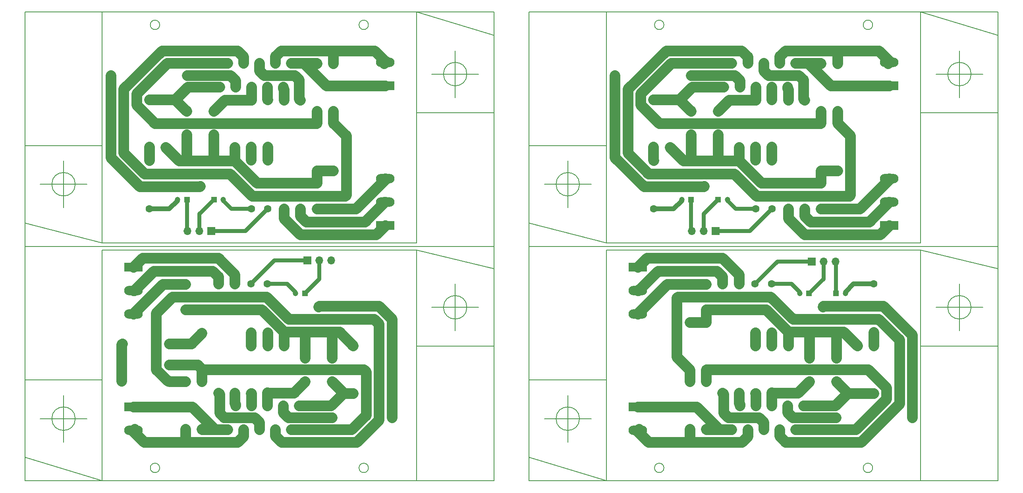
<source format=gbr>
%TF.GenerationSoftware,KiCad,Pcbnew,(6.0.9)*%
%TF.CreationDate,2022-12-17T23:36:50-03:00*%
%TF.ProjectId,Amplifier TDA7269A,416d706c-6966-4696-9572-205444413732,rev?*%
%TF.SameCoordinates,Original*%
%TF.FileFunction,Copper,L1,Top*%
%TF.FilePolarity,Positive*%
%FSLAX46Y46*%
G04 Gerber Fmt 4.6, Leading zero omitted, Abs format (unit mm)*
G04 Created by KiCad (PCBNEW (6.0.9)) date 2022-12-17 23:36:50*
%MOMM*%
%LPD*%
G01*
G04 APERTURE LIST*
%TA.AperFunction,NonConductor*%
%ADD10C,0.200000*%
%TD*%
%TA.AperFunction,ComponentPad*%
%ADD11C,1.200000*%
%TD*%
%TA.AperFunction,ComponentPad*%
%ADD12R,1.200000X1.200000*%
%TD*%
%TA.AperFunction,ComponentPad*%
%ADD13R,1.700000X1.700000*%
%TD*%
%TA.AperFunction,ComponentPad*%
%ADD14O,1.700000X1.700000*%
%TD*%
%TA.AperFunction,ComponentPad*%
%ADD15C,2.000000*%
%TD*%
%TA.AperFunction,ComponentPad*%
%ADD16O,1.600000X1.600000*%
%TD*%
%TA.AperFunction,ComponentPad*%
%ADD17C,1.600000*%
%TD*%
%TA.AperFunction,ComponentPad*%
%ADD18O,3.960000X1.980000*%
%TD*%
%TA.AperFunction,ComponentPad*%
%ADD19R,3.960000X1.980000*%
%TD*%
%TA.AperFunction,ComponentPad*%
%ADD20O,1.800000X1.800000*%
%TD*%
%TA.AperFunction,ComponentPad*%
%ADD21R,1.800000X1.800000*%
%TD*%
%TA.AperFunction,ViaPad*%
%ADD22C,1.600000*%
%TD*%
%TA.AperFunction,Conductor*%
%ADD23C,0.850000*%
%TD*%
%TA.AperFunction,Conductor*%
%ADD24C,2.250000*%
%TD*%
%TA.AperFunction,Conductor*%
%ADD25C,0.200000*%
%TD*%
%TA.AperFunction,Conductor*%
%ADD26C,1.000000*%
%TD*%
G04 APERTURE END LIST*
D10*
X59750000Y-51750000D02*
X126750000Y-51750000D01*
X126750000Y-51750000D02*
X126750000Y-101000000D01*
X126750000Y-101000000D02*
X59750000Y-101000000D01*
X59750000Y-101000000D02*
X59750000Y-51750000D01*
X167250000Y-101000000D02*
X150750000Y-96750000D01*
X167250000Y-51750000D02*
X234250000Y-51750000D01*
X234250000Y-51750000D02*
X234250000Y-101000000D01*
X234250000Y-101000000D02*
X167250000Y-101000000D01*
X167250000Y-101000000D02*
X167250000Y-51750000D01*
X224000000Y-149000000D02*
G75*
G03*
X224000000Y-149000000I-1000000J0D01*
G01*
X126750000Y-73250000D02*
X143250000Y-73250000D01*
X126750000Y-51750000D02*
X143250000Y-56750000D01*
X224000000Y-54500000D02*
G75*
G03*
X224000000Y-54500000I-1000000J0D01*
G01*
X51500000Y-83500000D02*
X51500000Y-93500000D01*
X154000000Y-88500000D02*
X164000000Y-88500000D01*
X59750000Y-130250000D02*
X43250000Y-130250000D01*
X46500000Y-88500000D02*
X56500000Y-88500000D01*
X250750000Y-106500000D02*
X234250000Y-102500000D01*
X116500000Y-149000000D02*
G75*
G03*
X116500000Y-149000000I-1000000J0D01*
G01*
X135000000Y-60000000D02*
X135000000Y-70000000D01*
X154000000Y-138500000D02*
X164000000Y-138500000D01*
X237500000Y-114750000D02*
X247500000Y-114750000D01*
X161500000Y-138500000D02*
G75*
G03*
X161500000Y-138500000I-2500000J0D01*
G01*
X130000000Y-65000000D02*
X140000000Y-65000000D01*
X54000000Y-138500000D02*
G75*
G03*
X54000000Y-138500000I-2500000J0D01*
G01*
X167250000Y-102500000D02*
X234250000Y-102500000D01*
X234250000Y-102500000D02*
X234250000Y-151750000D01*
X234250000Y-151750000D02*
X167250000Y-151750000D01*
X167250000Y-151750000D02*
X167250000Y-102500000D01*
X234250000Y-123000000D02*
X250750000Y-123000000D01*
X179500000Y-54500000D02*
G75*
G03*
X179500000Y-54500000I-1000000J0D01*
G01*
X51500000Y-133500000D02*
X51500000Y-143500000D01*
X159000000Y-133500000D02*
X159000000Y-143500000D01*
X126750000Y-123000000D02*
X143250000Y-123000000D01*
X242500000Y-109750000D02*
X242500000Y-119750000D01*
X135000000Y-109750000D02*
X135000000Y-119750000D01*
X234250000Y-51750000D02*
X250750000Y-56750000D01*
X161500000Y-88500000D02*
G75*
G03*
X161500000Y-88500000I-2500000J0D01*
G01*
X130000000Y-114750000D02*
X140000000Y-114750000D01*
X150750000Y-51750000D02*
X250750000Y-51750000D01*
X250750000Y-51750000D02*
X250750000Y-151750000D01*
X250750000Y-151750000D02*
X150750000Y-151750000D01*
X150750000Y-151750000D02*
X150750000Y-51750000D01*
X143250000Y-106500000D02*
X126750000Y-102500000D01*
X72000000Y-149000000D02*
G75*
G03*
X72000000Y-149000000I-1000000J0D01*
G01*
X72000000Y-54500000D02*
G75*
G03*
X72000000Y-54500000I-1000000J0D01*
G01*
X167250000Y-80250000D02*
X150750000Y-80250000D01*
X137500000Y-65000000D02*
G75*
G03*
X137500000Y-65000000I-2500000J0D01*
G01*
X167250000Y-130250000D02*
X150750000Y-130250000D01*
X46500000Y-138500000D02*
X56500000Y-138500000D01*
X245000000Y-65000000D02*
G75*
G03*
X245000000Y-65000000I-2500000J0D01*
G01*
X150750000Y-101750000D02*
X250750000Y-101750000D01*
X245000000Y-114750000D02*
G75*
G03*
X245000000Y-114750000I-2500000J0D01*
G01*
X43250000Y-51750000D02*
X143250000Y-51750000D01*
X143250000Y-51750000D02*
X143250000Y-151750000D01*
X143250000Y-151750000D02*
X43250000Y-151750000D01*
X43250000Y-151750000D02*
X43250000Y-51750000D01*
X159000000Y-83500000D02*
X159000000Y-93500000D01*
X43250000Y-101750000D02*
X143250000Y-101750000D01*
X137500000Y-114750000D02*
G75*
G03*
X137500000Y-114750000I-2500000J0D01*
G01*
X234250000Y-73250000D02*
X250750000Y-73250000D01*
X59750000Y-101000000D02*
X43250000Y-96750000D01*
X237500000Y-65000000D02*
X247500000Y-65000000D01*
X59750000Y-151750000D02*
X43250000Y-146750000D01*
X179500000Y-149000000D02*
G75*
G03*
X179500000Y-149000000I-1000000J0D01*
G01*
X167250000Y-151750000D02*
X150750000Y-146750000D01*
X59750000Y-80250000D02*
X43250000Y-80250000D01*
X242500000Y-60000000D02*
X242500000Y-70000000D01*
X116500000Y-54500000D02*
G75*
G03*
X116500000Y-54500000I-1000000J0D01*
G01*
X54000000Y-88500000D02*
G75*
G03*
X54000000Y-88500000I-2500000J0D01*
G01*
X59750000Y-102500000D02*
X126750000Y-102500000D01*
X126750000Y-102500000D02*
X126750000Y-151750000D01*
X126750000Y-151750000D02*
X59750000Y-151750000D01*
X59750000Y-151750000D02*
X59750000Y-102500000D01*
D11*
%TO.P,REF\u002A\u002A,2*%
%TO.N,N/C*%
X218196410Y-111750000D03*
D12*
%TO.P,REF\u002A\u002A,1*%
X216196410Y-111750000D03*
%TD*%
D13*
%TO.P,REF\u002A\u002A,1*%
%TO.N,N/C*%
X210975000Y-105000000D03*
D14*
%TO.P,REF\u002A\u002A,2*%
X213515000Y-105000000D03*
%TO.P,REF\u002A\u002A,3*%
X216055000Y-105000000D03*
%TD*%
%TO.P,REF\u002A\u002A,3*%
%TO.N,N/C*%
X185445000Y-98500000D03*
%TO.P,REF\u002A\u002A,2*%
X187985000Y-98500000D03*
D13*
%TO.P,REF\u002A\u002A,1*%
X190525000Y-98500000D03*
%TD*%
D14*
%TO.P,REF\u002A\u002A,3*%
%TO.N,N/C*%
X77945000Y-98500000D03*
%TO.P,REF\u002A\u002A,2*%
X80485000Y-98500000D03*
D13*
%TO.P,REF\u002A\u002A,1*%
X83025000Y-98500000D03*
%TD*%
%TO.P,REF\u002A\u002A,1*%
%TO.N,N/C*%
X103475000Y-104750000D03*
D14*
%TO.P,REF\u002A\u002A,2*%
X106015000Y-104750000D03*
%TO.P,REF\u002A\u002A,3*%
X108555000Y-104750000D03*
%TD*%
D15*
%TO.P,REF\u002A\u002A,2*%
%TO.N,N/C*%
X185250000Y-77920000D03*
%TO.P,REF\u002A\u002A,1*%
X185250000Y-72920000D03*
%TD*%
%TO.P,REF\u002A\u002A,2*%
%TO.N,N/C*%
X108750000Y-125580000D03*
%TO.P,REF\u002A\u002A,1*%
X108750000Y-130580000D03*
%TD*%
%TO.P,REF\u002A\u002A,2*%
%TO.N,N/C*%
X103000000Y-125580000D03*
%TO.P,REF\u002A\u002A,1*%
X103000000Y-130580000D03*
%TD*%
D16*
%TO.P,REF\u002A\u002A,2*%
%TO.N,N/C*%
X73250000Y-80580000D03*
D17*
%TO.P,REF\u002A\u002A,1*%
X73250000Y-70420000D03*
%TD*%
D15*
%TO.P,REF\u002A\u002A,2*%
%TO.N,N/C*%
X77750000Y-77920000D03*
%TO.P,REF\u002A\u002A,1*%
X77750000Y-72920000D03*
%TD*%
D18*
%TO.P,REF\u002A\u002A,2*%
%TO.N,N/C*%
X173946410Y-141000000D03*
D19*
%TO.P,REF\u002A\u002A,1*%
X173946410Y-136000000D03*
%TD*%
D16*
%TO.P,REF\u002A\u002A,2*%
%TO.N,N/C*%
X105500000Y-85580000D03*
D17*
%TO.P,REF\u002A\u002A,1*%
X105500000Y-75420000D03*
%TD*%
D18*
%TO.P,REF\u002A\u002A,3*%
%TO.N,N/C*%
X173936410Y-116205000D03*
%TO.P,REF\u002A\u002A,2*%
X173936410Y-111205000D03*
D19*
%TO.P,REF\u002A\u002A,1*%
X173936410Y-106205000D03*
%TD*%
D16*
%TO.P,REF\u002A\u002A,2*%
%TO.N,N/C*%
X109000000Y-85580000D03*
D17*
%TO.P,REF\u002A\u002A,1*%
X109000000Y-75420000D03*
%TD*%
D11*
%TO.P,REF\u002A\u002A,2*%
%TO.N,N/C*%
X75803590Y-91750000D03*
D12*
%TO.P,REF\u002A\u002A,1*%
X77803590Y-91750000D03*
%TD*%
D18*
%TO.P,REF\u002A\u002A,3*%
%TO.N,N/C*%
X120063590Y-87295000D03*
%TO.P,REF\u002A\u002A,2*%
X120063590Y-92295000D03*
D19*
%TO.P,REF\u002A\u002A,1*%
X120063590Y-97295000D03*
%TD*%
D16*
%TO.P,REF\u002A\u002A,2*%
%TO.N,N/C*%
X180750000Y-80580000D03*
D17*
%TO.P,REF\u002A\u002A,1*%
X180750000Y-70420000D03*
%TD*%
D16*
%TO.P,REF\u002A\u002A,2*%
%TO.N,N/C*%
X105500000Y-72910000D03*
D17*
%TO.P,REF\u002A\u002A,1*%
X105500000Y-62750000D03*
%TD*%
D18*
%TO.P,REF\u002A\u002A,2*%
%TO.N,N/C*%
X227553590Y-62500000D03*
D19*
%TO.P,REF\u002A\u002A,1*%
X227553590Y-67500000D03*
%TD*%
D11*
%TO.P,REF\u002A\u002A,2*%
%TO.N,N/C*%
X100946410Y-111750000D03*
D12*
%TO.P,REF\u002A\u002A,1*%
X102946410Y-111750000D03*
%TD*%
D16*
%TO.P,REF\u002A\u002A,2*%
%TO.N,N/C*%
X95000000Y-80580000D03*
D17*
%TO.P,REF\u002A\u002A,1*%
X95000000Y-70420000D03*
%TD*%
D15*
%TO.P,REF\u002A\u002A,2*%
%TO.N,N/C*%
X81000000Y-115250000D03*
%TO.P,REF\u002A\u002A,1*%
X81000000Y-120250000D03*
%TD*%
D16*
%TO.P,REF\u002A\u002A,2*%
%TO.N,N/C*%
X91500000Y-80580000D03*
D17*
%TO.P,REF\u002A\u002A,1*%
X91500000Y-70420000D03*
%TD*%
D16*
%TO.P,REF\u002A\u002A,2*%
%TO.N,N/C*%
X199000000Y-80580000D03*
D17*
%TO.P,REF\u002A\u002A,1*%
X199000000Y-70420000D03*
%TD*%
D11*
%TO.P,REF\u002A\u002A,2*%
%TO.N,N/C*%
X193053590Y-91750000D03*
D12*
%TO.P,REF\u002A\u002A,1*%
X191053590Y-91750000D03*
%TD*%
D11*
%TO.P,REF\u002A\u002A,2*%
%TO.N,N/C*%
X85553590Y-91750000D03*
D12*
%TO.P,REF\u002A\u002A,1*%
X83553590Y-91750000D03*
%TD*%
D16*
%TO.P,REF\u002A\u002A,2*%
%TO.N,N/C*%
X109000000Y-72910000D03*
D17*
%TO.P,REF\u002A\u002A,1*%
X109000000Y-62750000D03*
%TD*%
D16*
%TO.P,REF\u002A\u002A,2*%
%TO.N,N/C*%
X74000000Y-130500000D03*
D17*
%TO.P,REF\u002A\u002A,1*%
X63840000Y-130500000D03*
%TD*%
D15*
%TO.P,REF\u002A\u002A,2*%
%TO.N,N/C*%
X83500000Y-77920000D03*
%TO.P,REF\u002A\u002A,1*%
X83500000Y-72920000D03*
%TD*%
%TO.P,REF\u002A\u002A,2*%
%TO.N,N/C*%
X191000000Y-77920000D03*
%TO.P,REF\u002A\u002A,1*%
X191000000Y-72920000D03*
%TD*%
D16*
%TO.P,REF\u002A\u002A,2*%
%TO.N,N/C*%
X77500000Y-130590000D03*
D17*
%TO.P,REF\u002A\u002A,1*%
X77500000Y-140750000D03*
%TD*%
D16*
%TO.P,REF\u002A\u002A,2*%
%TO.N,N/C*%
X74000000Y-127000000D03*
D17*
%TO.P,REF\u002A\u002A,1*%
X63840000Y-127000000D03*
%TD*%
D16*
%TO.P,REF\u002A\u002A,2*%
%TO.N,N/C*%
X98500000Y-122920000D03*
D17*
%TO.P,REF\u002A\u002A,1*%
X98500000Y-133080000D03*
%TD*%
D18*
%TO.P,REF\u002A\u002A,3*%
%TO.N,N/C*%
X227563590Y-87295000D03*
%TO.P,REF\u002A\u002A,2*%
X227563590Y-92295000D03*
D19*
%TO.P,REF\u002A\u002A,1*%
X227563590Y-97295000D03*
%TD*%
D16*
%TO.P,REF\u002A\u002A,2*%
%TO.N,N/C*%
X216500000Y-85580000D03*
D17*
%TO.P,REF\u002A\u002A,1*%
X216500000Y-75420000D03*
%TD*%
D16*
%TO.P,REF\u002A\u002A,2*%
%TO.N,N/C*%
X69750000Y-80580000D03*
D17*
%TO.P,REF\u002A\u002A,1*%
X69750000Y-70420000D03*
%TD*%
D16*
%TO.P,REF\u002A\u002A,2*%
%TO.N,N/C*%
X213000000Y-72910000D03*
D17*
%TO.P,REF\u002A\u002A,1*%
X213000000Y-62750000D03*
%TD*%
D16*
%TO.P,REF\u002A\u002A,2*%
%TO.N,N/C*%
X206000000Y-122920000D03*
D17*
%TO.P,REF\u002A\u002A,1*%
X206000000Y-133080000D03*
%TD*%
D18*
%TO.P,REF\u002A\u002A,2*%
%TO.N,N/C*%
X120053590Y-62500000D03*
D19*
%TO.P,REF\u002A\u002A,1*%
X120053590Y-67500000D03*
%TD*%
D16*
%TO.P,REF\u002A\u002A,2*%
%TO.N,N/C*%
X202500000Y-80580000D03*
D17*
%TO.P,REF\u002A\u002A,1*%
X202500000Y-70420000D03*
%TD*%
D18*
%TO.P,REF\u002A\u002A,3*%
%TO.N,N/C*%
X66436410Y-116205000D03*
%TO.P,REF\u002A\u002A,2*%
X66436410Y-111205000D03*
D19*
%TO.P,REF\u002A\u002A,1*%
X66436410Y-106205000D03*
%TD*%
D11*
%TO.P,REF\u002A\u002A,2*%
%TO.N,N/C*%
X183303590Y-91750000D03*
D12*
%TO.P,REF\u002A\u002A,1*%
X185303590Y-91750000D03*
%TD*%
D16*
%TO.P,REF\u002A\u002A,2*%
%TO.N,N/C*%
X188500000Y-117920000D03*
D17*
%TO.P,REF\u002A\u002A,1*%
X188500000Y-128080000D03*
%TD*%
D16*
%TO.P,REF\u002A\u002A,2*%
%TO.N,N/C*%
X220750000Y-122920000D03*
D17*
%TO.P,REF\u002A\u002A,1*%
X220750000Y-133080000D03*
%TD*%
D16*
%TO.P,REF\u002A\u002A,2*%
%TO.N,N/C*%
X188500000Y-130590000D03*
D17*
%TO.P,REF\u002A\u002A,1*%
X188500000Y-140750000D03*
%TD*%
D16*
%TO.P,REF\u002A\u002A,2*%
%TO.N,N/C*%
X216500000Y-72910000D03*
D17*
%TO.P,REF\u002A\u002A,1*%
X216500000Y-62750000D03*
%TD*%
D16*
%TO.P,REF\u002A\u002A,2*%
%TO.N,N/C*%
X202500000Y-122920000D03*
D17*
%TO.P,REF\u002A\u002A,1*%
X202500000Y-133080000D03*
%TD*%
D16*
%TO.P,REF\u002A\u002A,2*%
%TO.N,N/C*%
X224250000Y-122920000D03*
D17*
%TO.P,REF\u002A\u002A,1*%
X224250000Y-133080000D03*
%TD*%
D16*
%TO.P,REF\u002A\u002A,2*%
%TO.N,N/C*%
X213000000Y-85580000D03*
D17*
%TO.P,REF\u002A\u002A,1*%
X213000000Y-75420000D03*
%TD*%
D15*
%TO.P,REF\u002A\u002A,2*%
%TO.N,N/C*%
X216250000Y-125580000D03*
%TO.P,REF\u002A\u002A,1*%
X216250000Y-130580000D03*
%TD*%
D20*
%TO.P,TDA7265,11*%
%TO.N,N/C*%
X101750000Y-135750000D03*
%TO.P,TDA7265,10*%
X100050000Y-140830000D03*
%TO.P,TDA7265,9*%
X98350000Y-135750000D03*
%TO.P,TDA7265,8*%
X96650000Y-140830000D03*
%TO.P,TDA7265,7*%
X94950000Y-135750000D03*
%TO.P,TDA7265,6*%
X93250000Y-140830000D03*
%TO.P,TDA7265,5*%
X91550000Y-135750000D03*
%TO.P,TDA7265,4*%
X89850000Y-140830000D03*
%TO.P,TDA7265,3*%
X88150000Y-135750000D03*
%TO.P,TDA7265,2*%
X86450000Y-140830000D03*
D21*
%TO.P,TDA7265,1*%
X84750000Y-135750000D03*
%TD*%
D16*
%TO.P,REF\u002A\u002A,2*%
%TO.N,N/C*%
X91500000Y-122920000D03*
D17*
%TO.P,REF\u002A\u002A,1*%
X91500000Y-133080000D03*
%TD*%
D16*
%TO.P,REF\u002A\u002A,2*%
%TO.N,N/C*%
X113250000Y-122920000D03*
D17*
%TO.P,REF\u002A\u002A,1*%
X113250000Y-133080000D03*
%TD*%
D16*
%TO.P,REF\u002A\u002A,2*%
%TO.N,N/C*%
X177250000Y-80580000D03*
D17*
%TO.P,REF\u002A\u002A,1*%
X177250000Y-70420000D03*
%TD*%
D18*
%TO.P,REF\u002A\u002A,2*%
%TO.N,N/C*%
X66446410Y-141000000D03*
D19*
%TO.P,REF\u002A\u002A,1*%
X66446410Y-136000000D03*
%TD*%
D20*
%TO.P,TDA7269A,11*%
%TO.N,N/C*%
X209250000Y-135750000D03*
%TO.P,TDA7269A,10*%
X207550000Y-140830000D03*
%TO.P,TDA7269A,9*%
X205850000Y-135750000D03*
%TO.P,TDA7269A,8*%
X204150000Y-140830000D03*
%TO.P,TDA7269A,7*%
X202450000Y-135750000D03*
%TO.P,TDA7269A,6*%
X200750000Y-140830000D03*
%TO.P,TDA7269A,5*%
X199050000Y-135750000D03*
%TO.P,TDA7269A,4*%
X197350000Y-140830000D03*
%TO.P,TDA7269A,3*%
X195650000Y-135750000D03*
%TO.P,TDA7269A,2*%
X193950000Y-140830000D03*
D21*
%TO.P,TDA7269A,1*%
X192250000Y-135750000D03*
%TD*%
D16*
%TO.P,REF\u002A\u002A,2*%
%TO.N,N/C*%
X88000000Y-80580000D03*
D17*
%TO.P,REF\u002A\u002A,1*%
X88000000Y-70420000D03*
%TD*%
D20*
%TO.P,TDA7269A,11*%
%TO.N,N/C*%
X192250000Y-67750000D03*
%TO.P,TDA7269A,10*%
X193950000Y-62670000D03*
%TO.P,TDA7269A,9*%
X195650000Y-67750000D03*
%TO.P,TDA7269A,8*%
X197350000Y-62670000D03*
%TO.P,TDA7269A,7*%
X199050000Y-67750000D03*
%TO.P,TDA7269A,6*%
X200750000Y-62670000D03*
%TO.P,TDA7269A,5*%
X202450000Y-67750000D03*
%TO.P,TDA7269A,4*%
X204150000Y-62670000D03*
%TO.P,TDA7269A,3*%
X205850000Y-67750000D03*
%TO.P,TDA7269A,2*%
X207550000Y-62670000D03*
D21*
%TO.P,TDA7269A,1*%
X209250000Y-67750000D03*
%TD*%
D16*
%TO.P,REF\u002A\u002A,2*%
%TO.N,N/C*%
X95000000Y-122920000D03*
D17*
%TO.P,REF\u002A\u002A,1*%
X95000000Y-133080000D03*
%TD*%
D16*
%TO.P,REF\u002A\u002A,2*%
%TO.N,N/C*%
X195500000Y-80580000D03*
D17*
%TO.P,REF\u002A\u002A,1*%
X195500000Y-70420000D03*
%TD*%
D15*
%TO.P,REF\u002A\u002A,2*%
%TO.N,N/C*%
X210500000Y-125580000D03*
%TO.P,REF\u002A\u002A,1*%
X210500000Y-130580000D03*
%TD*%
D16*
%TO.P,REF\u002A\u002A,2*%
%TO.N,N/C*%
X81000000Y-130590000D03*
D17*
%TO.P,REF\u002A\u002A,1*%
X81000000Y-140750000D03*
%TD*%
D16*
%TO.P,REF\u002A\u002A,2*%
%TO.N,N/C*%
X199000000Y-122920000D03*
D17*
%TO.P,REF\u002A\u002A,1*%
X199000000Y-133080000D03*
%TD*%
D20*
%TO.P,TDA7269A,11*%
%TO.N,N/C*%
X84750000Y-67750000D03*
%TO.P,TDA7269A,10*%
X86450000Y-62670000D03*
%TO.P,TDA7269A,9*%
X88150000Y-67750000D03*
%TO.P,TDA7269A,8*%
X89850000Y-62670000D03*
%TO.P,TDA7269A,7*%
X91550000Y-67750000D03*
%TO.P,TDA7269A,6*%
X93250000Y-62670000D03*
%TO.P,TDA7269A,5*%
X94950000Y-67750000D03*
%TO.P,TDA7269A,4*%
X96650000Y-62670000D03*
%TO.P,TDA7269A,3*%
X98350000Y-67750000D03*
%TO.P,TDA7269A,2*%
X100050000Y-62670000D03*
D21*
%TO.P,TDA7269A,1*%
X101750000Y-67750000D03*
%TD*%
D16*
%TO.P,REF\u002A\u002A,2*%
%TO.N,N/C*%
X185000000Y-130590000D03*
D17*
%TO.P,REF\u002A\u002A,1*%
X185000000Y-140750000D03*
%TD*%
D11*
%TO.P,REF\u002A\u002A,2*%
%TO.N,N/C*%
X208446410Y-111750000D03*
D12*
%TO.P,REF\u002A\u002A,1*%
X210446410Y-111750000D03*
%TD*%
D16*
%TO.P,REF\u002A\u002A,2*%
%TO.N,N/C*%
X185000000Y-117920000D03*
D17*
%TO.P,REF\u002A\u002A,1*%
X185000000Y-128080000D03*
%TD*%
D22*
%TO.N,*%
X213392820Y-120000000D03*
X199000000Y-83348205D03*
X232446410Y-138250000D03*
X213000000Y-88250000D03*
X84500000Y-133000000D03*
X195500000Y-109750000D03*
X102000000Y-93750000D03*
X188107180Y-88892820D03*
X84500000Y-109750000D03*
X102000000Y-70500000D03*
X206000000Y-70500000D03*
X199000000Y-120151795D03*
X206000000Y-93750000D03*
X105892820Y-120000000D03*
X177303590Y-83401795D03*
X77500000Y-115250000D03*
X80607180Y-83500000D03*
X213392820Y-114607180D03*
X209500000Y-70500000D03*
X88000000Y-133000000D03*
X69803590Y-83401795D03*
X69803590Y-93750000D03*
X199053590Y-93750000D03*
X74000000Y-122500000D03*
X91500000Y-83348205D03*
X185303590Y-65250000D03*
X202446410Y-109750000D03*
X192000000Y-133000000D03*
X77803590Y-65250000D03*
X95000000Y-83348205D03*
X105500000Y-88250000D03*
X64000000Y-122500000D03*
X195500000Y-133000000D03*
X213000000Y-93705000D03*
X91553590Y-93750000D03*
X209500000Y-93750000D03*
X188500000Y-115250000D03*
X77500000Y-109795000D03*
X95053590Y-93750000D03*
X202500000Y-83348205D03*
X188500000Y-109795000D03*
X202500000Y-120151795D03*
X88000000Y-109750000D03*
X91500000Y-120151795D03*
X202553590Y-93750000D03*
X169053590Y-65250000D03*
X98500000Y-70500000D03*
X91446410Y-109750000D03*
X108696410Y-138250000D03*
X95000000Y-120151795D03*
X224196410Y-109750000D03*
X177303590Y-93750000D03*
X80607180Y-88892820D03*
X188107180Y-83500000D03*
X98500000Y-93750000D03*
X61553590Y-65250000D03*
X224196410Y-120098205D03*
X216196410Y-138250000D03*
X198946410Y-109750000D03*
X121500000Y-138250000D03*
X105500000Y-93705000D03*
X94946410Y-109750000D03*
X105892820Y-114607180D03*
X192000000Y-109750000D03*
%TD*%
D23*
%TO.N,*%
X216196410Y-105141410D02*
X216055000Y-105000000D01*
X216196410Y-111750000D02*
X216196410Y-105141410D01*
X203696410Y-105000000D02*
X210975000Y-105000000D01*
X198946410Y-109750000D02*
X203696410Y-105000000D01*
X213515000Y-105000000D02*
X213515000Y-108681410D01*
X213515000Y-108681410D02*
X210446410Y-111750000D01*
X185303590Y-98358590D02*
X185445000Y-98500000D01*
X185303590Y-91750000D02*
X185303590Y-98358590D01*
X197803590Y-98500000D02*
X190525000Y-98500000D01*
X202553590Y-93750000D02*
X197803590Y-98500000D01*
X187985000Y-98500000D02*
X187985000Y-94818590D01*
X187985000Y-94818590D02*
X191053590Y-91750000D01*
X77803590Y-91750000D02*
X77803590Y-98358590D01*
X77803590Y-98358590D02*
X77945000Y-98500000D01*
X80485000Y-98500000D02*
X80485000Y-94818590D01*
X80485000Y-94818590D02*
X83553590Y-91750000D01*
X95053590Y-93750000D02*
X90303590Y-98500000D01*
X90303590Y-98500000D02*
X83025000Y-98500000D01*
X106015000Y-108681410D02*
X102946410Y-111750000D01*
X106015000Y-104750000D02*
X106015000Y-108681410D01*
X96446410Y-104750000D02*
X103475000Y-104750000D01*
X91446410Y-109750000D02*
X96446410Y-104750000D01*
X94946410Y-109750000D02*
X99196410Y-109750000D01*
X99196410Y-109750000D02*
X100946410Y-111500000D01*
D24*
X106000000Y-114500000D02*
X105892820Y-114607180D01*
X118750000Y-114500000D02*
X106000000Y-114500000D01*
X121500000Y-117250000D02*
X118750000Y-114500000D01*
X121500000Y-138250000D02*
X121500000Y-117250000D01*
X96650000Y-142203590D02*
X96650000Y-140830000D01*
X97946410Y-143500000D02*
X96650000Y-142203590D01*
X114000000Y-143500000D02*
X97946410Y-143500000D01*
X118750000Y-138750000D02*
X114000000Y-143500000D01*
X118750000Y-118250000D02*
X118750000Y-138750000D01*
X99500000Y-117250000D02*
X117750000Y-117250000D01*
X71250000Y-115973205D02*
X74723205Y-112500000D01*
X74723205Y-112500000D02*
X94750000Y-112500000D01*
X94750000Y-112500000D02*
X99500000Y-117250000D01*
X73750000Y-130500000D02*
X71250000Y-128000000D01*
X71250000Y-128000000D02*
X71250000Y-115973205D01*
X74000000Y-130500000D02*
X73750000Y-130500000D01*
X117750000Y-117250000D02*
X118750000Y-118250000D01*
X116000000Y-128500000D02*
X116000000Y-137750000D01*
X112920000Y-140830000D02*
X100050000Y-140830000D01*
X115500000Y-128000000D02*
X116000000Y-128500000D01*
X81080000Y-128000000D02*
X115500000Y-128000000D01*
X116000000Y-137750000D02*
X112920000Y-140830000D01*
X186446410Y-136000000D02*
X191276410Y-140830000D01*
X185000000Y-143250000D02*
X185000000Y-140750000D01*
X63840000Y-122660000D02*
X64000000Y-122500000D01*
X98500000Y-93750000D02*
X98500000Y-95750000D01*
X208080000Y-133000000D02*
X210500000Y-130580000D01*
X174553590Y-69196410D02*
X181080000Y-62670000D01*
X75250000Y-70420000D02*
X75330000Y-70420000D01*
X98500000Y-95750000D02*
X102000000Y-99250000D01*
X68696410Y-143500000D02*
X66446410Y-141250000D01*
X95000000Y-120151795D02*
X95000000Y-122938205D01*
X212920000Y-75500000D02*
X178500000Y-75500000D01*
X205850000Y-68100000D02*
X205850000Y-67750000D01*
X98350000Y-137153590D02*
X99446410Y-138250000D01*
X184750000Y-143500000D02*
X185000000Y-143250000D01*
X200750000Y-140830000D02*
X200750000Y-139250000D01*
X188500000Y-130590000D02*
X188500000Y-128080000D01*
X91550000Y-135750000D02*
X91550000Y-133130000D01*
X188580000Y-140830000D02*
X188500000Y-140750000D01*
X188107180Y-88892820D02*
X188000000Y-89000000D01*
X109250000Y-60000000D02*
X109000000Y-60250000D01*
X210750000Y-96500000D02*
X223250000Y-96500000D01*
X185500000Y-67750000D02*
X192250000Y-67750000D01*
X105892820Y-120000000D02*
X103000000Y-120000000D01*
X223250000Y-96500000D02*
X227455000Y-92295000D01*
X98500000Y-68250000D02*
X98350000Y-68100000D01*
X216500000Y-75420000D02*
X219250000Y-78170000D01*
X105500000Y-88250000D02*
X105500000Y-85580000D01*
X183670000Y-83500000D02*
X185250000Y-83500000D01*
D23*
X194803590Y-93750000D02*
X193053590Y-92000000D01*
D24*
X182750000Y-70420000D02*
X182830000Y-70420000D01*
X204150000Y-61253590D02*
X205403590Y-60000000D01*
X111170000Y-133080000D02*
X108500000Y-135750000D01*
X85750000Y-138250000D02*
X84750000Y-137250000D01*
X199750000Y-138250000D02*
X193250000Y-138250000D01*
X229696410Y-135303590D02*
X221500000Y-143500000D01*
X64303590Y-81803590D02*
X64303590Y-68196410D01*
X97903590Y-60000000D02*
X109250000Y-60000000D01*
X93250000Y-62670000D02*
X93250000Y-64250000D01*
X219250000Y-78170000D02*
X219250000Y-90803590D01*
X195500000Y-70500000D02*
X193420000Y-70500000D01*
X206000000Y-133000000D02*
X202500000Y-133000000D01*
X67053590Y-69196410D02*
X73580000Y-62670000D01*
X226946410Y-134303590D02*
X220420000Y-140830000D01*
X185000000Y-130590000D02*
X185000000Y-128080000D01*
X201750000Y-65250000D02*
X208250000Y-65250000D01*
X66696410Y-140750000D02*
X66446410Y-141000000D01*
X213000000Y-72910000D02*
X213000000Y-75420000D01*
X232446410Y-120696410D02*
X232446410Y-138250000D01*
X213000000Y-85580000D02*
X216500000Y-85580000D01*
X77500000Y-130590000D02*
X74090000Y-130590000D01*
X213000000Y-75420000D02*
X212920000Y-75500000D01*
X78750000Y-122500000D02*
X81000000Y-120250000D01*
X88000000Y-70500000D02*
X91500000Y-70500000D01*
X202500000Y-83348205D02*
X202500000Y-80561795D01*
X80500000Y-89000000D02*
X67750000Y-89000000D01*
X64303590Y-68196410D02*
X72500000Y-60000000D01*
X95000000Y-133000000D02*
X94950000Y-133050000D01*
X100750000Y-65250000D02*
X101750000Y-66250000D01*
X102723590Y-62670000D02*
X105420000Y-62670000D01*
X98350000Y-68100000D02*
X98350000Y-67750000D01*
X181080000Y-62670000D02*
X193950000Y-62670000D01*
X109250000Y-60000000D02*
X111553590Y-60000000D01*
X88553590Y-60000000D02*
X89850000Y-61296410D01*
X92750000Y-88250000D02*
X105500000Y-88250000D01*
X88150000Y-67750000D02*
X88150000Y-66346410D01*
X213000000Y-93705000D02*
X221295000Y-93705000D01*
X66446410Y-141250000D02*
X66446410Y-141000000D01*
D25*
X91500000Y-83455385D02*
X91500000Y-83348205D01*
D24*
X69750000Y-83348205D02*
X69750000Y-80561795D01*
X111553590Y-91000000D02*
X91750000Y-91000000D01*
X91550000Y-70450000D02*
X91550000Y-70550000D01*
X224250000Y-120151795D02*
X224250000Y-122938205D01*
X93250000Y-139250000D02*
X92250000Y-138250000D01*
D25*
X95000000Y-120044615D02*
X95000000Y-120151795D01*
D24*
X199050000Y-135750000D02*
X199050000Y-133130000D01*
X91550000Y-67750000D02*
X91550000Y-70450000D01*
X101750000Y-70250000D02*
X102000000Y-70500000D01*
D26*
X181553590Y-93750000D02*
X183303590Y-92000000D01*
D24*
X201250000Y-115250000D02*
X188500000Y-115250000D01*
X219053590Y-60000000D02*
X225303590Y-60000000D01*
X206000000Y-120000000D02*
X201250000Y-115250000D01*
X220750000Y-133080000D02*
X218750000Y-133080000D01*
X215053590Y-67500000D02*
X210223590Y-62670000D01*
X209250000Y-67750000D02*
X209250000Y-70250000D01*
X216000000Y-135750000D02*
X209250000Y-135750000D01*
X91500000Y-120151795D02*
X91500000Y-122938205D01*
X199000000Y-120151795D02*
X199000000Y-122938205D01*
X227563590Y-87436410D02*
X227563590Y-87295000D01*
X220750000Y-122920000D02*
X217830000Y-120000000D01*
X72500000Y-60000000D02*
X88553590Y-60000000D01*
X77750000Y-77920000D02*
X77750000Y-83500000D01*
X213392820Y-114607180D02*
X213500000Y-114500000D01*
D25*
X199000000Y-83455385D02*
X199000000Y-83348205D01*
D23*
X87303590Y-93750000D02*
X85553590Y-92000000D01*
D24*
X93250000Y-64250000D02*
X94250000Y-65250000D01*
X88000000Y-83500000D02*
X92750000Y-88250000D01*
X84500000Y-108250000D02*
X83250000Y-107000000D01*
X117803590Y-60000000D02*
X120053590Y-62250000D01*
X113250000Y-122920000D02*
X110330000Y-120000000D01*
X77250000Y-143500000D02*
X74946410Y-143500000D01*
X193950000Y-140830000D02*
X191276410Y-140830000D01*
X91550000Y-133130000D02*
X91500000Y-133080000D01*
X70750000Y-107000000D02*
X66545000Y-111205000D01*
X75250000Y-70420000D02*
X77750000Y-72920000D01*
X216500000Y-72910000D02*
X216500000Y-75420000D01*
X199000000Y-83348205D02*
X199000000Y-80561795D01*
X218750000Y-133080000D02*
X216250000Y-130580000D01*
X174553590Y-71553590D02*
X174553590Y-69196410D01*
X194500000Y-86250000D02*
X176250000Y-86250000D01*
X105500000Y-85580000D02*
X109000000Y-85580000D01*
X101750000Y-67750000D02*
X101750000Y-70250000D01*
X113795000Y-93705000D02*
X120063590Y-87436410D01*
X88000000Y-109750000D02*
X88000000Y-107750000D01*
X199050000Y-70450000D02*
X199050000Y-70550000D01*
X72705000Y-109795000D02*
X66436410Y-116063590D01*
X83500000Y-83500000D02*
X83500000Y-77920000D01*
X96650000Y-61253590D02*
X97903590Y-60000000D01*
X217830000Y-120000000D02*
X216250000Y-120000000D01*
X182446410Y-112500000D02*
X202250000Y-112500000D01*
X205850000Y-137153590D02*
X206946410Y-138250000D01*
X206946410Y-138250000D02*
X216196410Y-138250000D01*
X108500000Y-135750000D02*
X101750000Y-135750000D01*
X197350000Y-61296410D02*
X197350000Y-62670000D01*
X199250000Y-91000000D02*
X194500000Y-86250000D01*
X210500000Y-120000000D02*
X210500000Y-125580000D01*
D25*
X198955385Y-83500000D02*
X199000000Y-83455385D01*
D24*
X210500000Y-120000000D02*
X206000000Y-120000000D01*
X67750000Y-89000000D02*
X61553590Y-82803590D01*
X98500000Y-133000000D02*
X100580000Y-133000000D01*
X86450000Y-140830000D02*
X83776410Y-140830000D01*
X182250000Y-112696410D02*
X182446410Y-112500000D01*
X180750000Y-70420000D02*
X182750000Y-70420000D01*
X120053590Y-62250000D02*
X120053590Y-62500000D01*
X192250000Y-135750000D02*
X192250000Y-133250000D01*
X95000000Y-83348205D02*
X95000000Y-80561795D01*
X191000000Y-83500000D02*
X191000000Y-77920000D01*
X195650000Y-135400000D02*
X195650000Y-135750000D01*
X178250000Y-107000000D02*
X174045000Y-111205000D01*
X175891410Y-104250000D02*
X173936410Y-106205000D01*
X202450000Y-70370000D02*
X202500000Y-70420000D01*
X216750000Y-60000000D02*
X216500000Y-60250000D01*
X209500000Y-99250000D02*
X225608590Y-99250000D01*
X171803590Y-68196410D02*
X180000000Y-60000000D01*
X68391410Y-104250000D02*
X66436410Y-106205000D01*
X207000000Y-117250000D02*
X225250000Y-117250000D01*
X119803590Y-62750000D02*
X120053590Y-62500000D01*
X206000000Y-68250000D02*
X205850000Y-68100000D01*
X188107180Y-83500000D02*
X191000000Y-83500000D01*
X88150000Y-135400000D02*
X88150000Y-135750000D01*
X191000000Y-83500000D02*
X195500000Y-83500000D01*
X111250000Y-133080000D02*
X111170000Y-133080000D01*
X191276410Y-140830000D02*
X188580000Y-140830000D01*
D23*
X206696410Y-109750000D02*
X208446410Y-111500000D01*
D24*
X218750000Y-133080000D02*
X218670000Y-133080000D01*
X195500000Y-70500000D02*
X199000000Y-70500000D01*
X84750000Y-133250000D02*
X84500000Y-133000000D01*
X177303590Y-83401795D02*
X177250000Y-83348205D01*
X105500000Y-75420000D02*
X105420000Y-75500000D01*
X74946410Y-143500000D02*
X68696410Y-143500000D01*
X174045000Y-111205000D02*
X173936410Y-111205000D01*
X75330000Y-70420000D02*
X78000000Y-67750000D01*
D26*
X219946410Y-109750000D02*
X218196410Y-111500000D01*
D23*
X91553590Y-93750000D02*
X87303590Y-93750000D01*
D24*
X83776410Y-140830000D02*
X81080000Y-140830000D01*
X83250000Y-107000000D02*
X70750000Y-107000000D01*
X227553590Y-67500000D02*
X215053590Y-67500000D01*
X109000000Y-72910000D02*
X109000000Y-75420000D01*
X89850000Y-61296410D02*
X89850000Y-62670000D01*
X102000000Y-95250000D02*
X103250000Y-96500000D01*
X221500000Y-143500000D02*
X205446410Y-143500000D01*
X195500000Y-107750000D02*
X192000000Y-104250000D01*
X77500000Y-115250000D02*
X93750000Y-115250000D01*
X89850000Y-142246410D02*
X88596410Y-143500000D01*
X204150000Y-62670000D02*
X204150000Y-61253590D01*
X69750000Y-70420000D02*
X73250000Y-70420000D01*
X200750000Y-62670000D02*
X200750000Y-64250000D01*
X223000000Y-128000000D02*
X226946410Y-131946410D01*
X61553590Y-82803590D02*
X61553590Y-65250000D01*
X209250000Y-70250000D02*
X209500000Y-70500000D01*
X108750000Y-125580000D02*
X108750000Y-120000000D01*
X80607180Y-83500000D02*
X83500000Y-83500000D01*
X102000000Y-99250000D02*
X118108590Y-99250000D01*
X74090000Y-130590000D02*
X74000000Y-130500000D01*
X202250000Y-112500000D02*
X207000000Y-117250000D01*
X68750000Y-86250000D02*
X64303590Y-81803590D01*
X205403590Y-60000000D02*
X216750000Y-60000000D01*
X173936410Y-116063590D02*
X173936410Y-116205000D01*
X182830000Y-70420000D02*
X185500000Y-67750000D01*
X87000000Y-86250000D02*
X68750000Y-86250000D01*
X66446410Y-136000000D02*
X78946410Y-136000000D01*
X193250000Y-138250000D02*
X192250000Y-137250000D01*
D26*
X74053590Y-93750000D02*
X75803590Y-92000000D01*
D24*
X206000000Y-133000000D02*
X208080000Y-133000000D01*
X98350000Y-135750000D02*
X98350000Y-137153590D01*
X194553590Y-65250000D02*
X185303590Y-65250000D01*
X177250000Y-70420000D02*
X180750000Y-70420000D01*
X224196410Y-120098205D02*
X224250000Y-120151795D01*
X76170000Y-83500000D02*
X77750000Y-83500000D01*
X63840000Y-127000000D02*
X63840000Y-122660000D01*
X226946410Y-131946410D02*
X226946410Y-134303590D01*
X171803590Y-81803590D02*
X171803590Y-68196410D01*
X89850000Y-140830000D02*
X89850000Y-142246410D01*
X176196410Y-143500000D02*
X173946410Y-141250000D01*
X73250000Y-80580000D02*
X76170000Y-83500000D01*
X78946410Y-136000000D02*
X83776410Y-140830000D01*
X192250000Y-133250000D02*
X192000000Y-133000000D01*
X94950000Y-70370000D02*
X95000000Y-70420000D01*
X188580000Y-128000000D02*
X223000000Y-128000000D01*
X199000000Y-70500000D02*
X199050000Y-70450000D01*
D26*
X69803590Y-93750000D02*
X74053590Y-93750000D01*
D24*
X178500000Y-75500000D02*
X174553590Y-71553590D01*
X182750000Y-70420000D02*
X185250000Y-72920000D01*
X206000000Y-95750000D02*
X209500000Y-99250000D01*
X81000000Y-130590000D02*
X81000000Y-128080000D01*
X88000000Y-70500000D02*
X85920000Y-70500000D01*
X196096410Y-143500000D02*
X184750000Y-143500000D01*
X180750000Y-80580000D02*
X183670000Y-83500000D01*
X88000000Y-133000000D02*
X88000000Y-135250000D01*
X120053590Y-67500000D02*
X107553590Y-67500000D01*
X88150000Y-66346410D02*
X87053590Y-65250000D01*
X202450000Y-135750000D02*
X202450000Y-133050000D01*
X119955000Y-92295000D02*
X120063590Y-92295000D01*
X182250000Y-125330000D02*
X182250000Y-112696410D01*
X225608590Y-99250000D02*
X227563590Y-97295000D01*
X206000000Y-120000000D02*
X206000000Y-122920000D01*
X185250000Y-83500000D02*
X188107180Y-83500000D01*
X73250000Y-70420000D02*
X75250000Y-70420000D01*
X225250000Y-117250000D02*
X229696410Y-121696410D01*
X80607180Y-88892820D02*
X80500000Y-89000000D01*
X77750000Y-83500000D02*
X80607180Y-83500000D01*
X103250000Y-96500000D02*
X115750000Y-96500000D01*
X205446410Y-143500000D02*
X204150000Y-142203590D01*
X200250000Y-88250000D02*
X213000000Y-88250000D01*
X77250000Y-143500000D02*
X77500000Y-143250000D01*
X180205000Y-109795000D02*
X173936410Y-116063590D01*
X105500000Y-72910000D02*
X105500000Y-75420000D01*
X221295000Y-93705000D02*
X227563590Y-87436410D01*
X83500000Y-83500000D02*
X88000000Y-83500000D01*
X109000000Y-75420000D02*
X111750000Y-78170000D01*
X88596410Y-143500000D02*
X77250000Y-143500000D01*
X185250000Y-77920000D02*
X185250000Y-83500000D01*
X100580000Y-133000000D02*
X103000000Y-130580000D01*
X229696410Y-121696410D02*
X229696410Y-135303590D01*
X219250000Y-90803590D02*
X219053590Y-91000000D01*
X74000000Y-122500000D02*
X78750000Y-122500000D01*
X88000000Y-107750000D02*
X84500000Y-104250000D01*
X188500000Y-115250000D02*
X188500000Y-117920000D01*
X84500000Y-109750000D02*
X84500000Y-108250000D01*
X100050000Y-62670000D02*
X102723590Y-62670000D01*
X195500000Y-83500000D02*
X200250000Y-88250000D01*
D23*
X202446410Y-109750000D02*
X206696410Y-109750000D01*
D24*
X108750000Y-120000000D02*
X105892820Y-120000000D01*
X84500000Y-104250000D02*
X68391410Y-104250000D01*
X98500000Y-133000000D02*
X95000000Y-133000000D01*
X202450000Y-133050000D02*
X202450000Y-132950000D01*
X169053590Y-82803590D02*
X169053590Y-65250000D01*
X213392820Y-120000000D02*
X210500000Y-120000000D01*
X193420000Y-70500000D02*
X191000000Y-72920000D01*
X206000000Y-93750000D02*
X206000000Y-95750000D01*
X118108590Y-99250000D02*
X120063590Y-97295000D01*
X120063590Y-87436410D02*
X120063590Y-87295000D01*
X197350000Y-140830000D02*
X197350000Y-142246410D01*
X91500000Y-83348205D02*
X91500000Y-80561795D01*
X197350000Y-142246410D02*
X196096410Y-143500000D01*
X80080000Y-127000000D02*
X74000000Y-127000000D01*
X107553590Y-67500000D02*
X102723590Y-62670000D01*
X98500000Y-120000000D02*
X98500000Y-122920000D01*
X99446410Y-138250000D02*
X108696410Y-138250000D01*
X102000000Y-93750000D02*
X102000000Y-95250000D01*
X210223590Y-62670000D02*
X212920000Y-62670000D01*
X111750000Y-90803590D02*
X111553590Y-91000000D01*
X202500000Y-120151795D02*
X202500000Y-122938205D01*
X202450000Y-67750000D02*
X202450000Y-70370000D01*
X111553590Y-60000000D02*
X117803590Y-60000000D01*
X84750000Y-137250000D02*
X84750000Y-135750000D01*
X192000000Y-109750000D02*
X192000000Y-108250000D01*
X84750000Y-135750000D02*
X84750000Y-133250000D01*
X101750000Y-66250000D02*
X101750000Y-67750000D01*
X85920000Y-70500000D02*
X83500000Y-72920000D01*
X208250000Y-65250000D02*
X209250000Y-66250000D01*
X195500000Y-83500000D02*
X195500000Y-80580000D01*
X212920000Y-62670000D02*
X213000000Y-62750000D01*
D26*
X224196410Y-109750000D02*
X219946410Y-109750000D01*
D24*
X209500000Y-95250000D02*
X210750000Y-96500000D01*
X81000000Y-128080000D02*
X81080000Y-128000000D01*
X67053590Y-71553590D02*
X67053590Y-69196410D01*
X192000000Y-108250000D02*
X190750000Y-107000000D01*
X92250000Y-138250000D02*
X85750000Y-138250000D01*
X176250000Y-86250000D02*
X171803590Y-81803590D01*
X81080000Y-128000000D02*
X80080000Y-127000000D01*
X225303590Y-60000000D02*
X227553590Y-62250000D01*
X216250000Y-125580000D02*
X216250000Y-120000000D01*
X195500000Y-109750000D02*
X195500000Y-107750000D01*
X103000000Y-120000000D02*
X103000000Y-125580000D01*
X105420000Y-62670000D02*
X105500000Y-62750000D01*
X188500000Y-117920000D02*
X185000000Y-117920000D01*
X192250000Y-137250000D02*
X192250000Y-135750000D01*
X103000000Y-120000000D02*
X98500000Y-120000000D01*
X216500000Y-60250000D02*
X216500000Y-62750000D01*
X224250000Y-133080000D02*
X220750000Y-133080000D01*
X209500000Y-93750000D02*
X209500000Y-95250000D01*
X226250000Y-114500000D02*
X232446410Y-120696410D01*
X66436410Y-116063590D02*
X66436410Y-116205000D01*
X111750000Y-78170000D02*
X111750000Y-90803590D01*
X77500000Y-143250000D02*
X77500000Y-140750000D01*
X207550000Y-62670000D02*
X210223590Y-62670000D01*
X195650000Y-66346410D02*
X194553590Y-65250000D01*
X177250000Y-83348205D02*
X177250000Y-80561795D01*
X91750000Y-91000000D02*
X87000000Y-86250000D01*
X204150000Y-142203590D02*
X204150000Y-140830000D01*
X69803590Y-83401795D02*
X69750000Y-83348205D01*
X196053590Y-60000000D02*
X197350000Y-61296410D01*
X200750000Y-139250000D02*
X199750000Y-138250000D01*
X66545000Y-111205000D02*
X66436410Y-111205000D01*
X227303590Y-62750000D02*
X227553590Y-62500000D01*
X109000000Y-60250000D02*
X109000000Y-62750000D01*
X93250000Y-140830000D02*
X93250000Y-139250000D01*
X88000000Y-83500000D02*
X88000000Y-80580000D01*
X195500000Y-135250000D02*
X195650000Y-135400000D01*
D25*
X95044615Y-120000000D02*
X95000000Y-120044615D01*
D24*
X87053590Y-65250000D02*
X77803590Y-65250000D01*
X188000000Y-89000000D02*
X175250000Y-89000000D01*
X88000000Y-135250000D02*
X88150000Y-135400000D01*
X192000000Y-104250000D02*
X175891410Y-104250000D01*
X113250000Y-133080000D02*
X111250000Y-133080000D01*
X202500000Y-133000000D02*
X202450000Y-133050000D01*
X94950000Y-133050000D02*
X94950000Y-132950000D01*
D25*
X202544615Y-120000000D02*
X202500000Y-120044615D01*
D24*
X190750000Y-107000000D02*
X178250000Y-107000000D01*
X209250000Y-66250000D02*
X209250000Y-67750000D01*
X71000000Y-75500000D02*
X67053590Y-71553590D01*
D25*
X91455385Y-83500000D02*
X91500000Y-83455385D01*
D24*
X227455000Y-92295000D02*
X227563590Y-92295000D01*
X81080000Y-140830000D02*
X81000000Y-140750000D01*
X77500000Y-109795000D02*
X72705000Y-109795000D01*
X91500000Y-70500000D02*
X91550000Y-70450000D01*
D26*
X177303590Y-93750000D02*
X181553590Y-93750000D01*
D24*
X206000000Y-70500000D02*
X206000000Y-68250000D01*
X227553590Y-62250000D02*
X227553590Y-62500000D01*
X185000000Y-128080000D02*
X182250000Y-125330000D01*
X173946410Y-141250000D02*
X173946410Y-141000000D01*
X94250000Y-65250000D02*
X100750000Y-65250000D01*
X195650000Y-67750000D02*
X195650000Y-66346410D01*
D25*
X202500000Y-120044615D02*
X202500000Y-120151795D01*
D24*
X216750000Y-60000000D02*
X219053590Y-60000000D01*
X105500000Y-93705000D02*
X113795000Y-93705000D01*
X216250000Y-120000000D02*
X213392820Y-120000000D01*
D23*
X199053590Y-93750000D02*
X194803590Y-93750000D01*
D24*
X219053590Y-91000000D02*
X199250000Y-91000000D01*
X173946410Y-136000000D02*
X186446410Y-136000000D01*
X174196410Y-140750000D02*
X173946410Y-141000000D01*
X188500000Y-128080000D02*
X188580000Y-128000000D01*
X199050000Y-67750000D02*
X199050000Y-70450000D01*
X111250000Y-133080000D02*
X108750000Y-130580000D01*
X220420000Y-140830000D02*
X207550000Y-140830000D01*
X78000000Y-67750000D02*
X84750000Y-67750000D01*
X195500000Y-133000000D02*
X195500000Y-135250000D01*
X180000000Y-60000000D02*
X196053590Y-60000000D01*
X175250000Y-89000000D02*
X169053590Y-82803590D01*
X110330000Y-120000000D02*
X108750000Y-120000000D01*
X63840000Y-130500000D02*
X63840000Y-127000000D01*
X205850000Y-135750000D02*
X205850000Y-137153590D01*
X115750000Y-96500000D02*
X119955000Y-92295000D01*
X94950000Y-67750000D02*
X94950000Y-70370000D01*
X96650000Y-62670000D02*
X96650000Y-61253590D01*
X93750000Y-115250000D02*
X98500000Y-120000000D01*
X105420000Y-75500000D02*
X71000000Y-75500000D01*
X199050000Y-133130000D02*
X199000000Y-133080000D01*
X182446410Y-143500000D02*
X176196410Y-143500000D01*
X73580000Y-62670000D02*
X86450000Y-62670000D01*
X184750000Y-143500000D02*
X182446410Y-143500000D01*
X98500000Y-70500000D02*
X98500000Y-68250000D01*
X94950000Y-135750000D02*
X94950000Y-133050000D01*
X213500000Y-114500000D02*
X226250000Y-114500000D01*
X200750000Y-64250000D02*
X201750000Y-65250000D01*
X218670000Y-133080000D02*
X216000000Y-135750000D01*
X188500000Y-109795000D02*
X180205000Y-109795000D01*
X213000000Y-88250000D02*
X213000000Y-85580000D01*
%TD*%
M02*

</source>
